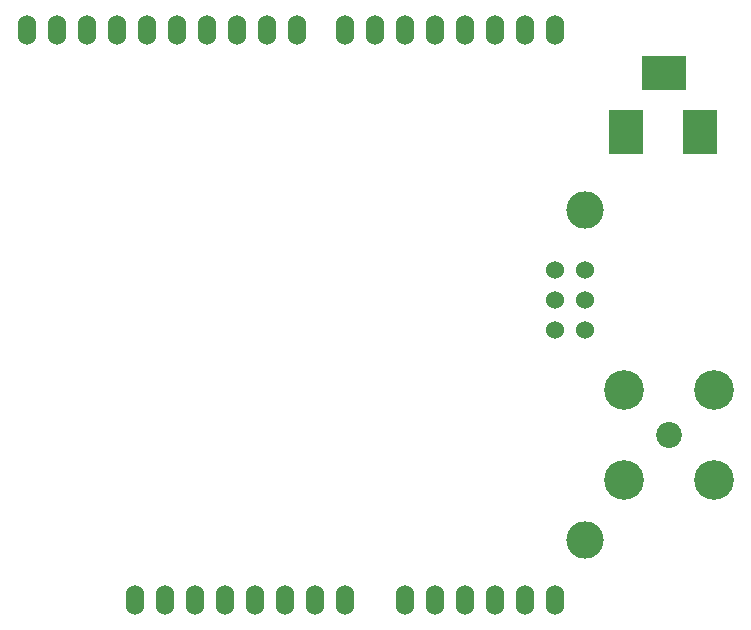
<source format=gbr>
G04 #@! TF.GenerationSoftware,KiCad,Pcbnew,5.1.4-5.1.4*
G04 #@! TF.CreationDate,2019-11-06T19:06:23+01:00*
G04 #@! TF.ProjectId,satscanner,73617473-6361-46e6-9e65-722e6b696361,rev?*
G04 #@! TF.SameCoordinates,Original*
G04 #@! TF.FileFunction,Soldermask,Bot*
G04 #@! TF.FilePolarity,Negative*
%FSLAX46Y46*%
G04 Gerber Fmt 4.6, Leading zero omitted, Abs format (unit mm)*
G04 Created by KiCad (PCBNEW 5.1.4-5.1.4) date 2019-11-06 19:06:23*
%MOMM*%
%LPD*%
G04 APERTURE LIST*
%ADD10O,1.524000X2.540000*%
%ADD11C,3.175000*%
%ADD12C,1.524000*%
%ADD13R,3.000000X3.700000*%
%ADD14R,3.700000X3.000000*%
%ADD15C,3.360000*%
%ADD16C,2.190000*%
G04 APERTURE END LIST*
D10*
X166370000Y-124206000D03*
X163830000Y-124206000D03*
X161290000Y-124206000D03*
X153670000Y-124206000D03*
X156210000Y-124206000D03*
X158750000Y-124206000D03*
X148590000Y-124206000D03*
X146050000Y-124206000D03*
X143510000Y-124206000D03*
X138430000Y-124206000D03*
X135890000Y-124206000D03*
X166370000Y-75946000D03*
X163830000Y-75946000D03*
X161290000Y-75946000D03*
X158750000Y-75946000D03*
X156210000Y-75946000D03*
X153670000Y-75946000D03*
X151130000Y-75946000D03*
X148590000Y-75946000D03*
X144526000Y-75946000D03*
X141986000Y-75946000D03*
X139446000Y-75946000D03*
X136906000Y-75946000D03*
X134366000Y-75946000D03*
X131826000Y-75946000D03*
X129286000Y-75946000D03*
X126746000Y-75946000D03*
X140970000Y-124206000D03*
D11*
X168910000Y-119126000D03*
X168910000Y-91186000D03*
D10*
X124206000Y-75946000D03*
X121666000Y-75946000D03*
X133350000Y-124206000D03*
X130810000Y-124206000D03*
D12*
X166370000Y-96266000D03*
X168910000Y-96266000D03*
X166370000Y-98806000D03*
X168910000Y-98806000D03*
X166370000Y-101346000D03*
X168910000Y-101346000D03*
D13*
X178682000Y-84582000D03*
D14*
X175582000Y-79582000D03*
D13*
X172382000Y-84582000D03*
D15*
X172212000Y-114046000D03*
X179832000Y-114046000D03*
X179832000Y-106426000D03*
X172212000Y-106426000D03*
D16*
X176022000Y-110236000D03*
M02*

</source>
